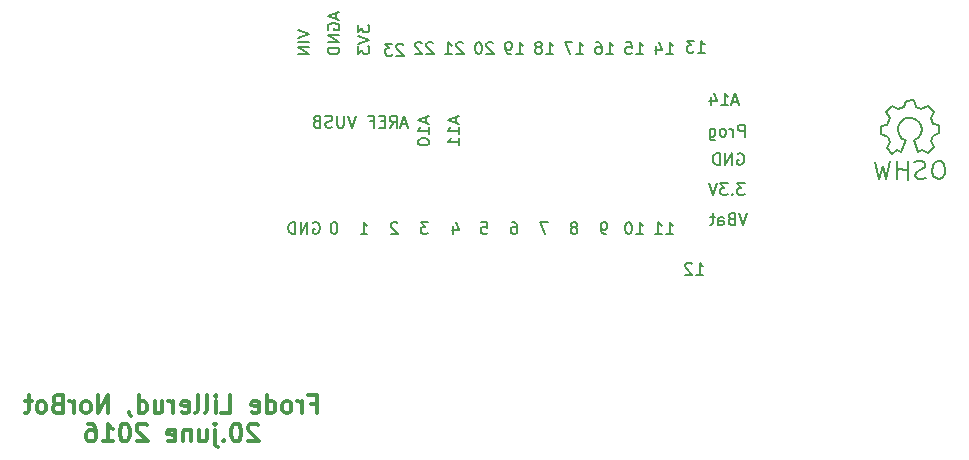
<source format=gbr>
G04 #@! TF.FileFunction,Legend,Bot*
%FSLAX46Y46*%
G04 Gerber Fmt 4.6, Leading zero omitted, Abs format (unit mm)*
G04 Created by KiCad (PCBNEW 4.0.2-stable) date 20.06.2016 22.34.35*
%MOMM*%
G01*
G04 APERTURE LIST*
%ADD10C,0.100000*%
%ADD11C,0.300000*%
%ADD12C,0.150000*%
G04 APERTURE END LIST*
D10*
D11*
X124652999Y-124930857D02*
X125152999Y-124930857D01*
X125152999Y-125716571D02*
X125152999Y-124216571D01*
X124438713Y-124216571D01*
X123867285Y-125716571D02*
X123867285Y-124716571D01*
X123867285Y-125002286D02*
X123795857Y-124859429D01*
X123724428Y-124788000D01*
X123581571Y-124716571D01*
X123438714Y-124716571D01*
X122724428Y-125716571D02*
X122867286Y-125645143D01*
X122938714Y-125573714D01*
X123010143Y-125430857D01*
X123010143Y-125002286D01*
X122938714Y-124859429D01*
X122867286Y-124788000D01*
X122724428Y-124716571D01*
X122510143Y-124716571D01*
X122367286Y-124788000D01*
X122295857Y-124859429D01*
X122224428Y-125002286D01*
X122224428Y-125430857D01*
X122295857Y-125573714D01*
X122367286Y-125645143D01*
X122510143Y-125716571D01*
X122724428Y-125716571D01*
X120938714Y-125716571D02*
X120938714Y-124216571D01*
X120938714Y-125645143D02*
X121081571Y-125716571D01*
X121367285Y-125716571D01*
X121510143Y-125645143D01*
X121581571Y-125573714D01*
X121653000Y-125430857D01*
X121653000Y-125002286D01*
X121581571Y-124859429D01*
X121510143Y-124788000D01*
X121367285Y-124716571D01*
X121081571Y-124716571D01*
X120938714Y-124788000D01*
X119653000Y-125645143D02*
X119795857Y-125716571D01*
X120081571Y-125716571D01*
X120224428Y-125645143D01*
X120295857Y-125502286D01*
X120295857Y-124930857D01*
X120224428Y-124788000D01*
X120081571Y-124716571D01*
X119795857Y-124716571D01*
X119653000Y-124788000D01*
X119581571Y-124930857D01*
X119581571Y-125073714D01*
X120295857Y-125216571D01*
X117081571Y-125716571D02*
X117795857Y-125716571D01*
X117795857Y-124216571D01*
X116581571Y-125716571D02*
X116581571Y-124716571D01*
X116581571Y-124216571D02*
X116653000Y-124288000D01*
X116581571Y-124359429D01*
X116510143Y-124288000D01*
X116581571Y-124216571D01*
X116581571Y-124359429D01*
X115652999Y-125716571D02*
X115795857Y-125645143D01*
X115867285Y-125502286D01*
X115867285Y-124216571D01*
X114867285Y-125716571D02*
X115010143Y-125645143D01*
X115081571Y-125502286D01*
X115081571Y-124216571D01*
X113724429Y-125645143D02*
X113867286Y-125716571D01*
X114153000Y-125716571D01*
X114295857Y-125645143D01*
X114367286Y-125502286D01*
X114367286Y-124930857D01*
X114295857Y-124788000D01*
X114153000Y-124716571D01*
X113867286Y-124716571D01*
X113724429Y-124788000D01*
X113653000Y-124930857D01*
X113653000Y-125073714D01*
X114367286Y-125216571D01*
X113010143Y-125716571D02*
X113010143Y-124716571D01*
X113010143Y-125002286D02*
X112938715Y-124859429D01*
X112867286Y-124788000D01*
X112724429Y-124716571D01*
X112581572Y-124716571D01*
X111438715Y-124716571D02*
X111438715Y-125716571D01*
X112081572Y-124716571D02*
X112081572Y-125502286D01*
X112010144Y-125645143D01*
X111867286Y-125716571D01*
X111653001Y-125716571D01*
X111510144Y-125645143D01*
X111438715Y-125573714D01*
X110081572Y-125716571D02*
X110081572Y-124216571D01*
X110081572Y-125645143D02*
X110224429Y-125716571D01*
X110510143Y-125716571D01*
X110653001Y-125645143D01*
X110724429Y-125573714D01*
X110795858Y-125430857D01*
X110795858Y-125002286D01*
X110724429Y-124859429D01*
X110653001Y-124788000D01*
X110510143Y-124716571D01*
X110224429Y-124716571D01*
X110081572Y-124788000D01*
X109295858Y-125645143D02*
X109295858Y-125716571D01*
X109367286Y-125859429D01*
X109438715Y-125930857D01*
X107510143Y-125716571D02*
X107510143Y-124216571D01*
X106653000Y-125716571D01*
X106653000Y-124216571D01*
X105724428Y-125716571D02*
X105867286Y-125645143D01*
X105938714Y-125573714D01*
X106010143Y-125430857D01*
X106010143Y-125002286D01*
X105938714Y-124859429D01*
X105867286Y-124788000D01*
X105724428Y-124716571D01*
X105510143Y-124716571D01*
X105367286Y-124788000D01*
X105295857Y-124859429D01*
X105224428Y-125002286D01*
X105224428Y-125430857D01*
X105295857Y-125573714D01*
X105367286Y-125645143D01*
X105510143Y-125716571D01*
X105724428Y-125716571D01*
X104581571Y-125716571D02*
X104581571Y-124716571D01*
X104581571Y-125002286D02*
X104510143Y-124859429D01*
X104438714Y-124788000D01*
X104295857Y-124716571D01*
X104153000Y-124716571D01*
X103153000Y-124930857D02*
X102938714Y-125002286D01*
X102867286Y-125073714D01*
X102795857Y-125216571D01*
X102795857Y-125430857D01*
X102867286Y-125573714D01*
X102938714Y-125645143D01*
X103081572Y-125716571D01*
X103653000Y-125716571D01*
X103653000Y-124216571D01*
X103153000Y-124216571D01*
X103010143Y-124288000D01*
X102938714Y-124359429D01*
X102867286Y-124502286D01*
X102867286Y-124645143D01*
X102938714Y-124788000D01*
X103010143Y-124859429D01*
X103153000Y-124930857D01*
X103653000Y-124930857D01*
X101938714Y-125716571D02*
X102081572Y-125645143D01*
X102153000Y-125573714D01*
X102224429Y-125430857D01*
X102224429Y-125002286D01*
X102153000Y-124859429D01*
X102081572Y-124788000D01*
X101938714Y-124716571D01*
X101724429Y-124716571D01*
X101581572Y-124788000D01*
X101510143Y-124859429D01*
X101438714Y-125002286D01*
X101438714Y-125430857D01*
X101510143Y-125573714D01*
X101581572Y-125645143D01*
X101724429Y-125716571D01*
X101938714Y-125716571D01*
X101010143Y-124716571D02*
X100438714Y-124716571D01*
X100795857Y-124216571D02*
X100795857Y-125502286D01*
X100724429Y-125645143D01*
X100581571Y-125716571D01*
X100438714Y-125716571D01*
X120188713Y-126759429D02*
X120117284Y-126688000D01*
X119974427Y-126616571D01*
X119617284Y-126616571D01*
X119474427Y-126688000D01*
X119402998Y-126759429D01*
X119331570Y-126902286D01*
X119331570Y-127045143D01*
X119402998Y-127259429D01*
X120260141Y-128116571D01*
X119331570Y-128116571D01*
X118402999Y-126616571D02*
X118260142Y-126616571D01*
X118117285Y-126688000D01*
X118045856Y-126759429D01*
X117974427Y-126902286D01*
X117902999Y-127188000D01*
X117902999Y-127545143D01*
X117974427Y-127830857D01*
X118045856Y-127973714D01*
X118117285Y-128045143D01*
X118260142Y-128116571D01*
X118402999Y-128116571D01*
X118545856Y-128045143D01*
X118617285Y-127973714D01*
X118688713Y-127830857D01*
X118760142Y-127545143D01*
X118760142Y-127188000D01*
X118688713Y-126902286D01*
X118617285Y-126759429D01*
X118545856Y-126688000D01*
X118402999Y-126616571D01*
X117260142Y-127973714D02*
X117188714Y-128045143D01*
X117260142Y-128116571D01*
X117331571Y-128045143D01*
X117260142Y-127973714D01*
X117260142Y-128116571D01*
X116545856Y-127116571D02*
X116545856Y-128402286D01*
X116617285Y-128545143D01*
X116760142Y-128616571D01*
X116831570Y-128616571D01*
X116545856Y-126616571D02*
X116617285Y-126688000D01*
X116545856Y-126759429D01*
X116474428Y-126688000D01*
X116545856Y-126616571D01*
X116545856Y-126759429D01*
X115188713Y-127116571D02*
X115188713Y-128116571D01*
X115831570Y-127116571D02*
X115831570Y-127902286D01*
X115760142Y-128045143D01*
X115617284Y-128116571D01*
X115402999Y-128116571D01*
X115260142Y-128045143D01*
X115188713Y-127973714D01*
X114474427Y-127116571D02*
X114474427Y-128116571D01*
X114474427Y-127259429D02*
X114402999Y-127188000D01*
X114260141Y-127116571D01*
X114045856Y-127116571D01*
X113902999Y-127188000D01*
X113831570Y-127330857D01*
X113831570Y-128116571D01*
X112545856Y-128045143D02*
X112688713Y-128116571D01*
X112974427Y-128116571D01*
X113117284Y-128045143D01*
X113188713Y-127902286D01*
X113188713Y-127330857D01*
X113117284Y-127188000D01*
X112974427Y-127116571D01*
X112688713Y-127116571D01*
X112545856Y-127188000D01*
X112474427Y-127330857D01*
X112474427Y-127473714D01*
X113188713Y-127616571D01*
X110760142Y-126759429D02*
X110688713Y-126688000D01*
X110545856Y-126616571D01*
X110188713Y-126616571D01*
X110045856Y-126688000D01*
X109974427Y-126759429D01*
X109902999Y-126902286D01*
X109902999Y-127045143D01*
X109974427Y-127259429D01*
X110831570Y-128116571D01*
X109902999Y-128116571D01*
X108974428Y-126616571D02*
X108831571Y-126616571D01*
X108688714Y-126688000D01*
X108617285Y-126759429D01*
X108545856Y-126902286D01*
X108474428Y-127188000D01*
X108474428Y-127545143D01*
X108545856Y-127830857D01*
X108617285Y-127973714D01*
X108688714Y-128045143D01*
X108831571Y-128116571D01*
X108974428Y-128116571D01*
X109117285Y-128045143D01*
X109188714Y-127973714D01*
X109260142Y-127830857D01*
X109331571Y-127545143D01*
X109331571Y-127188000D01*
X109260142Y-126902286D01*
X109188714Y-126759429D01*
X109117285Y-126688000D01*
X108974428Y-126616571D01*
X107045857Y-128116571D02*
X107903000Y-128116571D01*
X107474428Y-128116571D02*
X107474428Y-126616571D01*
X107617285Y-126830857D01*
X107760143Y-126973714D01*
X107903000Y-127045143D01*
X105760143Y-126616571D02*
X106045857Y-126616571D01*
X106188714Y-126688000D01*
X106260143Y-126759429D01*
X106403000Y-126973714D01*
X106474429Y-127259429D01*
X106474429Y-127830857D01*
X106403000Y-127973714D01*
X106331572Y-128045143D01*
X106188714Y-128116571D01*
X105903000Y-128116571D01*
X105760143Y-128045143D01*
X105688714Y-127973714D01*
X105617286Y-127830857D01*
X105617286Y-127473714D01*
X105688714Y-127330857D01*
X105760143Y-127259429D01*
X105903000Y-127188000D01*
X106188714Y-127188000D01*
X106331572Y-127259429D01*
X106403000Y-127330857D01*
X106474429Y-127473714D01*
D12*
X173718220Y-104416860D02*
X173357540Y-105887520D01*
X173357540Y-105887520D02*
X173078140Y-104825800D01*
X173078140Y-104825800D02*
X172768260Y-105897680D01*
X172768260Y-105897680D02*
X172427900Y-104447340D01*
X175138080Y-105107740D02*
X174348140Y-105097580D01*
X174348140Y-105097580D02*
X174337980Y-105107740D01*
X174337980Y-105107740D02*
X174337980Y-105097580D01*
X174297340Y-104386380D02*
X174297340Y-105928160D01*
X175186340Y-104376220D02*
X175186340Y-105945940D01*
X175186340Y-105945940D02*
X175176180Y-105935780D01*
X175737520Y-104477820D02*
X176088040Y-104396540D01*
X176088040Y-104396540D02*
X176408080Y-104386380D01*
X176408080Y-104386380D02*
X176646840Y-104587040D01*
X176646840Y-104587040D02*
X176677320Y-104856280D01*
X176677320Y-104856280D02*
X176436020Y-105097580D01*
X176436020Y-105097580D02*
X176047400Y-105227120D01*
X176047400Y-105227120D02*
X175867060Y-105387140D01*
X175867060Y-105387140D02*
X175826420Y-105686860D01*
X175826420Y-105686860D02*
X176057560Y-105907840D01*
X176057560Y-105907840D02*
X176377600Y-105935780D01*
X176377600Y-105935780D02*
X176728120Y-105826560D01*
X177766980Y-104376220D02*
X178015900Y-104396540D01*
X178015900Y-104396540D02*
X178257200Y-104637840D01*
X178257200Y-104637840D02*
X178346100Y-105128060D01*
X178346100Y-105128060D02*
X178318160Y-105476040D01*
X178318160Y-105476040D02*
X178117500Y-105796080D01*
X178117500Y-105796080D02*
X177866040Y-105918000D01*
X177866040Y-105918000D02*
X177556160Y-105846880D01*
X177556160Y-105846880D02*
X177337720Y-105666540D01*
X177337720Y-105666540D02*
X177266600Y-105206800D01*
X177266600Y-105206800D02*
X177317400Y-104797860D01*
X177317400Y-104797860D02*
X177426620Y-104515920D01*
X177426620Y-104515920D02*
X177787300Y-104386380D01*
X177167540Y-102656640D02*
X177426620Y-103217980D01*
X177426620Y-103217980D02*
X176888140Y-103736140D01*
X176888140Y-103736140D02*
X176367440Y-103466900D01*
X176367440Y-103466900D02*
X176088040Y-103626920D01*
X174647860Y-103606600D02*
X174317660Y-103416100D01*
X174317660Y-103416100D02*
X173878240Y-103746300D01*
X173878240Y-103746300D02*
X173405800Y-103256080D01*
X173405800Y-103256080D02*
X173687740Y-102776020D01*
X173687740Y-102776020D02*
X173497240Y-102306120D01*
X173497240Y-102306120D02*
X172887640Y-102118160D01*
X172887640Y-102118160D02*
X172887640Y-101437440D01*
X172887640Y-101437440D02*
X173446440Y-101297740D01*
X173446440Y-101297740D02*
X173647100Y-100726240D01*
X173647100Y-100726240D02*
X173377860Y-100256340D01*
X173377860Y-100256340D02*
X173847760Y-99745800D01*
X173847760Y-99745800D02*
X174365920Y-100007420D01*
X174365920Y-100007420D02*
X174835820Y-99806760D01*
X174835820Y-99806760D02*
X175006000Y-99265740D01*
X175006000Y-99265740D02*
X175696880Y-99247960D01*
X175696880Y-99247960D02*
X175907700Y-99796600D01*
X175907700Y-99796600D02*
X176326800Y-99966780D01*
X176326800Y-99966780D02*
X176877980Y-99697540D01*
X176877980Y-99697540D02*
X177396140Y-100225860D01*
X177396140Y-100225860D02*
X177147220Y-100766880D01*
X177147220Y-100766880D02*
X177317400Y-101246940D01*
X177317400Y-101246940D02*
X177866040Y-101346000D01*
X177866040Y-101346000D02*
X177876200Y-102047040D01*
X177876200Y-102047040D02*
X177317400Y-102247700D01*
X177317400Y-102247700D02*
X177177700Y-102646480D01*
X175036480Y-102626160D02*
X174736760Y-102476300D01*
X174736760Y-102476300D02*
X174536100Y-102278180D01*
X174536100Y-102278180D02*
X174386240Y-101876860D01*
X174386240Y-101876860D02*
X174386240Y-101478080D01*
X174386240Y-101478080D02*
X174536100Y-101127560D01*
X174536100Y-101127560D02*
X174988220Y-100777040D01*
X174988220Y-100777040D02*
X175437800Y-100726240D01*
X175437800Y-100726240D02*
X175836580Y-100827840D01*
X175836580Y-100827840D02*
X176237900Y-101175820D01*
X176237900Y-101175820D02*
X176387760Y-101627940D01*
X176387760Y-101627940D02*
X176336960Y-102125780D01*
X176336960Y-102125780D02*
X176088040Y-102428040D01*
X176088040Y-102428040D02*
X175737520Y-102626160D01*
X175737520Y-102626160D02*
X176088040Y-103626920D01*
X175036480Y-102626160D02*
X174637700Y-103626920D01*
X136945667Y-100663524D02*
X136945667Y-101139715D01*
X137231381Y-100568286D02*
X136231381Y-100901619D01*
X137231381Y-101234953D01*
X137231381Y-102092096D02*
X137231381Y-101520667D01*
X137231381Y-101806381D02*
X136231381Y-101806381D01*
X136374238Y-101711143D01*
X136469476Y-101615905D01*
X136517095Y-101520667D01*
X137231381Y-103044477D02*
X137231381Y-102473048D01*
X137231381Y-102758762D02*
X136231381Y-102758762D01*
X136374238Y-102663524D01*
X136469476Y-102568286D01*
X136517095Y-102473048D01*
X134405667Y-100663524D02*
X134405667Y-101139715D01*
X134691381Y-100568286D02*
X133691381Y-100901619D01*
X134691381Y-101234953D01*
X134691381Y-102092096D02*
X134691381Y-101520667D01*
X134691381Y-101806381D02*
X133691381Y-101806381D01*
X133834238Y-101711143D01*
X133929476Y-101615905D01*
X133977095Y-101520667D01*
X133691381Y-102711143D02*
X133691381Y-102806382D01*
X133739000Y-102901620D01*
X133786619Y-102949239D01*
X133881857Y-102996858D01*
X134072333Y-103044477D01*
X134310429Y-103044477D01*
X134500905Y-102996858D01*
X134596143Y-102949239D01*
X134643762Y-102901620D01*
X134691381Y-102806382D01*
X134691381Y-102711143D01*
X134643762Y-102615905D01*
X134596143Y-102568286D01*
X134500905Y-102520667D01*
X134310429Y-102473048D01*
X134072333Y-102473048D01*
X133881857Y-102520667D01*
X133786619Y-102568286D01*
X133739000Y-102615905D01*
X133691381Y-102711143D01*
X132810048Y-101258667D02*
X132333857Y-101258667D01*
X132905286Y-101544381D02*
X132571953Y-100544381D01*
X132238619Y-101544381D01*
X131333857Y-101544381D02*
X131667191Y-101068190D01*
X131905286Y-101544381D02*
X131905286Y-100544381D01*
X131524333Y-100544381D01*
X131429095Y-100592000D01*
X131381476Y-100639619D01*
X131333857Y-100734857D01*
X131333857Y-100877714D01*
X131381476Y-100972952D01*
X131429095Y-101020571D01*
X131524333Y-101068190D01*
X131905286Y-101068190D01*
X130905286Y-101020571D02*
X130571952Y-101020571D01*
X130429095Y-101544381D02*
X130905286Y-101544381D01*
X130905286Y-100544381D01*
X130429095Y-100544381D01*
X129667190Y-101020571D02*
X130000524Y-101020571D01*
X130000524Y-101544381D02*
X130000524Y-100544381D01*
X129524333Y-100544381D01*
X128452333Y-100544381D02*
X128119000Y-101544381D01*
X127785666Y-100544381D01*
X127452333Y-100544381D02*
X127452333Y-101353905D01*
X127404714Y-101449143D01*
X127357095Y-101496762D01*
X127261857Y-101544381D01*
X127071380Y-101544381D01*
X126976142Y-101496762D01*
X126928523Y-101449143D01*
X126880904Y-101353905D01*
X126880904Y-100544381D01*
X126452333Y-101496762D02*
X126309476Y-101544381D01*
X126071380Y-101544381D01*
X125976142Y-101496762D01*
X125928523Y-101449143D01*
X125880904Y-101353905D01*
X125880904Y-101258667D01*
X125928523Y-101163429D01*
X125976142Y-101115810D01*
X126071380Y-101068190D01*
X126261857Y-101020571D01*
X126357095Y-100972952D01*
X126404714Y-100925333D01*
X126452333Y-100830095D01*
X126452333Y-100734857D01*
X126404714Y-100639619D01*
X126357095Y-100592000D01*
X126261857Y-100544381D01*
X126023761Y-100544381D01*
X125880904Y-100592000D01*
X125118999Y-101020571D02*
X124976142Y-101068190D01*
X124928523Y-101115810D01*
X124880904Y-101211048D01*
X124880904Y-101353905D01*
X124928523Y-101449143D01*
X124976142Y-101496762D01*
X125071380Y-101544381D01*
X125452333Y-101544381D01*
X125452333Y-100544381D01*
X125118999Y-100544381D01*
X125023761Y-100592000D01*
X124976142Y-100639619D01*
X124928523Y-100734857D01*
X124928523Y-100830095D01*
X124976142Y-100925333D01*
X125023761Y-100972952D01*
X125118999Y-101020571D01*
X125452333Y-101020571D01*
X123531381Y-93265762D02*
X124531381Y-93599095D01*
X123531381Y-93932429D01*
X124531381Y-94265762D02*
X123531381Y-94265762D01*
X124531381Y-94741952D02*
X123531381Y-94741952D01*
X124531381Y-95313381D01*
X123531381Y-95313381D01*
X126785667Y-91837095D02*
X126785667Y-92313286D01*
X127071381Y-91741857D02*
X126071381Y-92075190D01*
X127071381Y-92408524D01*
X126119000Y-93265667D02*
X126071381Y-93170429D01*
X126071381Y-93027572D01*
X126119000Y-92884714D01*
X126214238Y-92789476D01*
X126309476Y-92741857D01*
X126499952Y-92694238D01*
X126642810Y-92694238D01*
X126833286Y-92741857D01*
X126928524Y-92789476D01*
X127023762Y-92884714D01*
X127071381Y-93027572D01*
X127071381Y-93122810D01*
X127023762Y-93265667D01*
X126976143Y-93313286D01*
X126642810Y-93313286D01*
X126642810Y-93122810D01*
X127071381Y-93741857D02*
X126071381Y-93741857D01*
X127071381Y-94313286D01*
X126071381Y-94313286D01*
X127071381Y-94789476D02*
X126071381Y-94789476D01*
X126071381Y-95027571D01*
X126119000Y-95170429D01*
X126214238Y-95265667D01*
X126309476Y-95313286D01*
X126499952Y-95360905D01*
X126642810Y-95360905D01*
X126833286Y-95313286D01*
X126928524Y-95265667D01*
X127023762Y-95170429D01*
X127071381Y-95027571D01*
X127071381Y-94789476D01*
X128611381Y-92868905D02*
X128611381Y-93487953D01*
X128992333Y-93154619D01*
X128992333Y-93297477D01*
X129039952Y-93392715D01*
X129087571Y-93440334D01*
X129182810Y-93487953D01*
X129420905Y-93487953D01*
X129516143Y-93440334D01*
X129563762Y-93392715D01*
X129611381Y-93297477D01*
X129611381Y-93011762D01*
X129563762Y-92916524D01*
X129516143Y-92868905D01*
X128611381Y-93773667D02*
X129611381Y-94107000D01*
X128611381Y-94440334D01*
X128611381Y-94678429D02*
X128611381Y-95297477D01*
X128992333Y-94964143D01*
X128992333Y-95107001D01*
X129039952Y-95202239D01*
X129087571Y-95249858D01*
X129182810Y-95297477D01*
X129420905Y-95297477D01*
X129516143Y-95249858D01*
X129563762Y-95202239D01*
X129611381Y-95107001D01*
X129611381Y-94821286D01*
X129563762Y-94726048D01*
X129516143Y-94678429D01*
X132460905Y-94543619D02*
X132413286Y-94496000D01*
X132318048Y-94448381D01*
X132079952Y-94448381D01*
X131984714Y-94496000D01*
X131937095Y-94543619D01*
X131889476Y-94638857D01*
X131889476Y-94734095D01*
X131937095Y-94876952D01*
X132508524Y-95448381D01*
X131889476Y-95448381D01*
X131556143Y-94448381D02*
X130937095Y-94448381D01*
X131270429Y-94829333D01*
X131127571Y-94829333D01*
X131032333Y-94876952D01*
X130984714Y-94924571D01*
X130937095Y-95019810D01*
X130937095Y-95257905D01*
X130984714Y-95353143D01*
X131032333Y-95400762D01*
X131127571Y-95448381D01*
X131413286Y-95448381D01*
X131508524Y-95400762D01*
X131556143Y-95353143D01*
X135000905Y-94416619D02*
X134953286Y-94369000D01*
X134858048Y-94321381D01*
X134619952Y-94321381D01*
X134524714Y-94369000D01*
X134477095Y-94416619D01*
X134429476Y-94511857D01*
X134429476Y-94607095D01*
X134477095Y-94749952D01*
X135048524Y-95321381D01*
X134429476Y-95321381D01*
X134048524Y-94416619D02*
X134000905Y-94369000D01*
X133905667Y-94321381D01*
X133667571Y-94321381D01*
X133572333Y-94369000D01*
X133524714Y-94416619D01*
X133477095Y-94511857D01*
X133477095Y-94607095D01*
X133524714Y-94749952D01*
X134096143Y-95321381D01*
X133477095Y-95321381D01*
X137540905Y-94416619D02*
X137493286Y-94369000D01*
X137398048Y-94321381D01*
X137159952Y-94321381D01*
X137064714Y-94369000D01*
X137017095Y-94416619D01*
X136969476Y-94511857D01*
X136969476Y-94607095D01*
X137017095Y-94749952D01*
X137588524Y-95321381D01*
X136969476Y-95321381D01*
X136017095Y-95321381D02*
X136588524Y-95321381D01*
X136302810Y-95321381D02*
X136302810Y-94321381D01*
X136398048Y-94464238D01*
X136493286Y-94559476D01*
X136588524Y-94607095D01*
X140080905Y-94416619D02*
X140033286Y-94369000D01*
X139938048Y-94321381D01*
X139699952Y-94321381D01*
X139604714Y-94369000D01*
X139557095Y-94416619D01*
X139509476Y-94511857D01*
X139509476Y-94607095D01*
X139557095Y-94749952D01*
X140128524Y-95321381D01*
X139509476Y-95321381D01*
X138890429Y-94321381D02*
X138795190Y-94321381D01*
X138699952Y-94369000D01*
X138652333Y-94416619D01*
X138604714Y-94511857D01*
X138557095Y-94702333D01*
X138557095Y-94940429D01*
X138604714Y-95130905D01*
X138652333Y-95226143D01*
X138699952Y-95273762D01*
X138795190Y-95321381D01*
X138890429Y-95321381D01*
X138985667Y-95273762D01*
X139033286Y-95226143D01*
X139080905Y-95130905D01*
X139128524Y-94940429D01*
X139128524Y-94702333D01*
X139080905Y-94511857D01*
X139033286Y-94416619D01*
X138985667Y-94369000D01*
X138890429Y-94321381D01*
X142049476Y-95321381D02*
X142620905Y-95321381D01*
X142335191Y-95321381D02*
X142335191Y-94321381D01*
X142430429Y-94464238D01*
X142525667Y-94559476D01*
X142620905Y-94607095D01*
X141573286Y-95321381D02*
X141382810Y-95321381D01*
X141287571Y-95273762D01*
X141239952Y-95226143D01*
X141144714Y-95083286D01*
X141097095Y-94892810D01*
X141097095Y-94511857D01*
X141144714Y-94416619D01*
X141192333Y-94369000D01*
X141287571Y-94321381D01*
X141478048Y-94321381D01*
X141573286Y-94369000D01*
X141620905Y-94416619D01*
X141668524Y-94511857D01*
X141668524Y-94749952D01*
X141620905Y-94845190D01*
X141573286Y-94892810D01*
X141478048Y-94940429D01*
X141287571Y-94940429D01*
X141192333Y-94892810D01*
X141144714Y-94845190D01*
X141097095Y-94749952D01*
X144589476Y-95321381D02*
X145160905Y-95321381D01*
X144875191Y-95321381D02*
X144875191Y-94321381D01*
X144970429Y-94464238D01*
X145065667Y-94559476D01*
X145160905Y-94607095D01*
X144018048Y-94749952D02*
X144113286Y-94702333D01*
X144160905Y-94654714D01*
X144208524Y-94559476D01*
X144208524Y-94511857D01*
X144160905Y-94416619D01*
X144113286Y-94369000D01*
X144018048Y-94321381D01*
X143827571Y-94321381D01*
X143732333Y-94369000D01*
X143684714Y-94416619D01*
X143637095Y-94511857D01*
X143637095Y-94559476D01*
X143684714Y-94654714D01*
X143732333Y-94702333D01*
X143827571Y-94749952D01*
X144018048Y-94749952D01*
X144113286Y-94797571D01*
X144160905Y-94845190D01*
X144208524Y-94940429D01*
X144208524Y-95130905D01*
X144160905Y-95226143D01*
X144113286Y-95273762D01*
X144018048Y-95321381D01*
X143827571Y-95321381D01*
X143732333Y-95273762D01*
X143684714Y-95226143D01*
X143637095Y-95130905D01*
X143637095Y-94940429D01*
X143684714Y-94845190D01*
X143732333Y-94797571D01*
X143827571Y-94749952D01*
X147129476Y-95321381D02*
X147700905Y-95321381D01*
X147415191Y-95321381D02*
X147415191Y-94321381D01*
X147510429Y-94464238D01*
X147605667Y-94559476D01*
X147700905Y-94607095D01*
X146796143Y-94321381D02*
X146129476Y-94321381D01*
X146558048Y-95321381D01*
X149669476Y-95321381D02*
X150240905Y-95321381D01*
X149955191Y-95321381D02*
X149955191Y-94321381D01*
X150050429Y-94464238D01*
X150145667Y-94559476D01*
X150240905Y-94607095D01*
X148812333Y-94321381D02*
X149002810Y-94321381D01*
X149098048Y-94369000D01*
X149145667Y-94416619D01*
X149240905Y-94559476D01*
X149288524Y-94749952D01*
X149288524Y-95130905D01*
X149240905Y-95226143D01*
X149193286Y-95273762D01*
X149098048Y-95321381D01*
X148907571Y-95321381D01*
X148812333Y-95273762D01*
X148764714Y-95226143D01*
X148717095Y-95130905D01*
X148717095Y-94892810D01*
X148764714Y-94797571D01*
X148812333Y-94749952D01*
X148907571Y-94702333D01*
X149098048Y-94702333D01*
X149193286Y-94749952D01*
X149240905Y-94797571D01*
X149288524Y-94892810D01*
X152209476Y-95321381D02*
X152780905Y-95321381D01*
X152495191Y-95321381D02*
X152495191Y-94321381D01*
X152590429Y-94464238D01*
X152685667Y-94559476D01*
X152780905Y-94607095D01*
X151304714Y-94321381D02*
X151780905Y-94321381D01*
X151828524Y-94797571D01*
X151780905Y-94749952D01*
X151685667Y-94702333D01*
X151447571Y-94702333D01*
X151352333Y-94749952D01*
X151304714Y-94797571D01*
X151257095Y-94892810D01*
X151257095Y-95130905D01*
X151304714Y-95226143D01*
X151352333Y-95273762D01*
X151447571Y-95321381D01*
X151685667Y-95321381D01*
X151780905Y-95273762D01*
X151828524Y-95226143D01*
X154749476Y-95321381D02*
X155320905Y-95321381D01*
X155035191Y-95321381D02*
X155035191Y-94321381D01*
X155130429Y-94464238D01*
X155225667Y-94559476D01*
X155320905Y-94607095D01*
X153892333Y-94654714D02*
X153892333Y-95321381D01*
X154130429Y-94273762D02*
X154368524Y-94988048D01*
X153749476Y-94988048D01*
X157416476Y-95194381D02*
X157987905Y-95194381D01*
X157702191Y-95194381D02*
X157702191Y-94194381D01*
X157797429Y-94337238D01*
X157892667Y-94432476D01*
X157987905Y-94480095D01*
X157083143Y-94194381D02*
X156464095Y-94194381D01*
X156797429Y-94575333D01*
X156654571Y-94575333D01*
X156559333Y-94622952D01*
X156511714Y-94670571D01*
X156464095Y-94765810D01*
X156464095Y-95003905D01*
X156511714Y-95099143D01*
X156559333Y-95146762D01*
X156654571Y-95194381D01*
X156940286Y-95194381D01*
X157035524Y-95146762D01*
X157083143Y-95099143D01*
X160829476Y-99353667D02*
X160353285Y-99353667D01*
X160924714Y-99639381D02*
X160591381Y-98639381D01*
X160258047Y-99639381D01*
X159400904Y-99639381D02*
X159972333Y-99639381D01*
X159686619Y-99639381D02*
X159686619Y-98639381D01*
X159781857Y-98782238D01*
X159877095Y-98877476D01*
X159972333Y-98925095D01*
X158543761Y-98972714D02*
X158543761Y-99639381D01*
X158781857Y-98591762D02*
X159019952Y-99306048D01*
X158400904Y-99306048D01*
X161369191Y-102306381D02*
X161369191Y-101306381D01*
X160988238Y-101306381D01*
X160893000Y-101354000D01*
X160845381Y-101401619D01*
X160797762Y-101496857D01*
X160797762Y-101639714D01*
X160845381Y-101734952D01*
X160893000Y-101782571D01*
X160988238Y-101830190D01*
X161369191Y-101830190D01*
X160369191Y-102306381D02*
X160369191Y-101639714D01*
X160369191Y-101830190D02*
X160321572Y-101734952D01*
X160273953Y-101687333D01*
X160178715Y-101639714D01*
X160083476Y-101639714D01*
X159607286Y-102306381D02*
X159702524Y-102258762D01*
X159750143Y-102211143D01*
X159797762Y-102115905D01*
X159797762Y-101830190D01*
X159750143Y-101734952D01*
X159702524Y-101687333D01*
X159607286Y-101639714D01*
X159464428Y-101639714D01*
X159369190Y-101687333D01*
X159321571Y-101734952D01*
X159273952Y-101830190D01*
X159273952Y-102115905D01*
X159321571Y-102211143D01*
X159369190Y-102258762D01*
X159464428Y-102306381D01*
X159607286Y-102306381D01*
X158416809Y-101639714D02*
X158416809Y-102449238D01*
X158464428Y-102544476D01*
X158512047Y-102592095D01*
X158607286Y-102639714D01*
X158750143Y-102639714D01*
X158845381Y-102592095D01*
X158416809Y-102258762D02*
X158512047Y-102306381D01*
X158702524Y-102306381D01*
X158797762Y-102258762D01*
X158845381Y-102211143D01*
X158893000Y-102115905D01*
X158893000Y-101830190D01*
X158845381Y-101734952D01*
X158797762Y-101687333D01*
X158702524Y-101639714D01*
X158512047Y-101639714D01*
X158416809Y-101687333D01*
X160781904Y-103767000D02*
X160877142Y-103719381D01*
X161019999Y-103719381D01*
X161162857Y-103767000D01*
X161258095Y-103862238D01*
X161305714Y-103957476D01*
X161353333Y-104147952D01*
X161353333Y-104290810D01*
X161305714Y-104481286D01*
X161258095Y-104576524D01*
X161162857Y-104671762D01*
X161019999Y-104719381D01*
X160924761Y-104719381D01*
X160781904Y-104671762D01*
X160734285Y-104624143D01*
X160734285Y-104290810D01*
X160924761Y-104290810D01*
X160305714Y-104719381D02*
X160305714Y-103719381D01*
X159734285Y-104719381D01*
X159734285Y-103719381D01*
X159258095Y-104719381D02*
X159258095Y-103719381D01*
X159020000Y-103719381D01*
X158877142Y-103767000D01*
X158781904Y-103862238D01*
X158734285Y-103957476D01*
X158686666Y-104147952D01*
X158686666Y-104290810D01*
X158734285Y-104481286D01*
X158781904Y-104576524D01*
X158877142Y-104671762D01*
X159020000Y-104719381D01*
X159258095Y-104719381D01*
X161369190Y-106259381D02*
X160750142Y-106259381D01*
X161083476Y-106640333D01*
X160940618Y-106640333D01*
X160845380Y-106687952D01*
X160797761Y-106735571D01*
X160750142Y-106830810D01*
X160750142Y-107068905D01*
X160797761Y-107164143D01*
X160845380Y-107211762D01*
X160940618Y-107259381D01*
X161226333Y-107259381D01*
X161321571Y-107211762D01*
X161369190Y-107164143D01*
X160321571Y-107164143D02*
X160273952Y-107211762D01*
X160321571Y-107259381D01*
X160369190Y-107211762D01*
X160321571Y-107164143D01*
X160321571Y-107259381D01*
X159940619Y-106259381D02*
X159321571Y-106259381D01*
X159654905Y-106640333D01*
X159512047Y-106640333D01*
X159416809Y-106687952D01*
X159369190Y-106735571D01*
X159321571Y-106830810D01*
X159321571Y-107068905D01*
X159369190Y-107164143D01*
X159416809Y-107211762D01*
X159512047Y-107259381D01*
X159797762Y-107259381D01*
X159893000Y-107211762D01*
X159940619Y-107164143D01*
X159035857Y-106259381D02*
X158702524Y-107259381D01*
X158369190Y-106259381D01*
X161591429Y-108799381D02*
X161258096Y-109799381D01*
X160924762Y-108799381D01*
X160258095Y-109275571D02*
X160115238Y-109323190D01*
X160067619Y-109370810D01*
X160020000Y-109466048D01*
X160020000Y-109608905D01*
X160067619Y-109704143D01*
X160115238Y-109751762D01*
X160210476Y-109799381D01*
X160591429Y-109799381D01*
X160591429Y-108799381D01*
X160258095Y-108799381D01*
X160162857Y-108847000D01*
X160115238Y-108894619D01*
X160067619Y-108989857D01*
X160067619Y-109085095D01*
X160115238Y-109180333D01*
X160162857Y-109227952D01*
X160258095Y-109275571D01*
X160591429Y-109275571D01*
X159162857Y-109799381D02*
X159162857Y-109275571D01*
X159210476Y-109180333D01*
X159305714Y-109132714D01*
X159496191Y-109132714D01*
X159591429Y-109180333D01*
X159162857Y-109751762D02*
X159258095Y-109799381D01*
X159496191Y-109799381D01*
X159591429Y-109751762D01*
X159639048Y-109656524D01*
X159639048Y-109561286D01*
X159591429Y-109466048D01*
X159496191Y-109418429D01*
X159258095Y-109418429D01*
X159162857Y-109370810D01*
X158829524Y-109132714D02*
X158448572Y-109132714D01*
X158686667Y-108799381D02*
X158686667Y-109656524D01*
X158639048Y-109751762D01*
X158543810Y-109799381D01*
X158448572Y-109799381D01*
X157289476Y-113990381D02*
X157860905Y-113990381D01*
X157575191Y-113990381D02*
X157575191Y-112990381D01*
X157670429Y-113133238D01*
X157765667Y-113228476D01*
X157860905Y-113276095D01*
X156908524Y-113085619D02*
X156860905Y-113038000D01*
X156765667Y-112990381D01*
X156527571Y-112990381D01*
X156432333Y-113038000D01*
X156384714Y-113085619D01*
X156337095Y-113180857D01*
X156337095Y-113276095D01*
X156384714Y-113418952D01*
X156956143Y-113990381D01*
X156337095Y-113990381D01*
X124840904Y-109609000D02*
X124936142Y-109561381D01*
X125078999Y-109561381D01*
X125221857Y-109609000D01*
X125317095Y-109704238D01*
X125364714Y-109799476D01*
X125412333Y-109989952D01*
X125412333Y-110132810D01*
X125364714Y-110323286D01*
X125317095Y-110418524D01*
X125221857Y-110513762D01*
X125078999Y-110561381D01*
X124983761Y-110561381D01*
X124840904Y-110513762D01*
X124793285Y-110466143D01*
X124793285Y-110132810D01*
X124983761Y-110132810D01*
X124364714Y-110561381D02*
X124364714Y-109561381D01*
X123793285Y-110561381D01*
X123793285Y-109561381D01*
X123317095Y-110561381D02*
X123317095Y-109561381D01*
X123079000Y-109561381D01*
X122936142Y-109609000D01*
X122840904Y-109704238D01*
X122793285Y-109799476D01*
X122745666Y-109989952D01*
X122745666Y-110132810D01*
X122793285Y-110323286D01*
X122840904Y-110418524D01*
X122936142Y-110513762D01*
X123079000Y-110561381D01*
X123317095Y-110561381D01*
X154749476Y-110561381D02*
X155320905Y-110561381D01*
X155035191Y-110561381D02*
X155035191Y-109561381D01*
X155130429Y-109704238D01*
X155225667Y-109799476D01*
X155320905Y-109847095D01*
X153797095Y-110561381D02*
X154368524Y-110561381D01*
X154082810Y-110561381D02*
X154082810Y-109561381D01*
X154178048Y-109704238D01*
X154273286Y-109799476D01*
X154368524Y-109847095D01*
X152209476Y-110561381D02*
X152780905Y-110561381D01*
X152495191Y-110561381D02*
X152495191Y-109561381D01*
X152590429Y-109704238D01*
X152685667Y-109799476D01*
X152780905Y-109847095D01*
X151590429Y-109561381D02*
X151495190Y-109561381D01*
X151399952Y-109609000D01*
X151352333Y-109656619D01*
X151304714Y-109751857D01*
X151257095Y-109942333D01*
X151257095Y-110180429D01*
X151304714Y-110370905D01*
X151352333Y-110466143D01*
X151399952Y-110513762D01*
X151495190Y-110561381D01*
X151590429Y-110561381D01*
X151685667Y-110513762D01*
X151733286Y-110466143D01*
X151780905Y-110370905D01*
X151828524Y-110180429D01*
X151828524Y-109942333D01*
X151780905Y-109751857D01*
X151733286Y-109656619D01*
X151685667Y-109609000D01*
X151590429Y-109561381D01*
X149669476Y-110561381D02*
X149479000Y-110561381D01*
X149383761Y-110513762D01*
X149336142Y-110466143D01*
X149240904Y-110323286D01*
X149193285Y-110132810D01*
X149193285Y-109751857D01*
X149240904Y-109656619D01*
X149288523Y-109609000D01*
X149383761Y-109561381D01*
X149574238Y-109561381D01*
X149669476Y-109609000D01*
X149717095Y-109656619D01*
X149764714Y-109751857D01*
X149764714Y-109989952D01*
X149717095Y-110085190D01*
X149669476Y-110132810D01*
X149574238Y-110180429D01*
X149383761Y-110180429D01*
X149288523Y-110132810D01*
X149240904Y-110085190D01*
X149193285Y-109989952D01*
X147034238Y-109989952D02*
X147129476Y-109942333D01*
X147177095Y-109894714D01*
X147224714Y-109799476D01*
X147224714Y-109751857D01*
X147177095Y-109656619D01*
X147129476Y-109609000D01*
X147034238Y-109561381D01*
X146843761Y-109561381D01*
X146748523Y-109609000D01*
X146700904Y-109656619D01*
X146653285Y-109751857D01*
X146653285Y-109799476D01*
X146700904Y-109894714D01*
X146748523Y-109942333D01*
X146843761Y-109989952D01*
X147034238Y-109989952D01*
X147129476Y-110037571D01*
X147177095Y-110085190D01*
X147224714Y-110180429D01*
X147224714Y-110370905D01*
X147177095Y-110466143D01*
X147129476Y-110513762D01*
X147034238Y-110561381D01*
X146843761Y-110561381D01*
X146748523Y-110513762D01*
X146700904Y-110466143D01*
X146653285Y-110370905D01*
X146653285Y-110180429D01*
X146700904Y-110085190D01*
X146748523Y-110037571D01*
X146843761Y-109989952D01*
X144732333Y-109561381D02*
X144065666Y-109561381D01*
X144494238Y-110561381D01*
X141668523Y-109561381D02*
X141859000Y-109561381D01*
X141954238Y-109609000D01*
X142001857Y-109656619D01*
X142097095Y-109799476D01*
X142144714Y-109989952D01*
X142144714Y-110370905D01*
X142097095Y-110466143D01*
X142049476Y-110513762D01*
X141954238Y-110561381D01*
X141763761Y-110561381D01*
X141668523Y-110513762D01*
X141620904Y-110466143D01*
X141573285Y-110370905D01*
X141573285Y-110132810D01*
X141620904Y-110037571D01*
X141668523Y-109989952D01*
X141763761Y-109942333D01*
X141954238Y-109942333D01*
X142049476Y-109989952D01*
X142097095Y-110037571D01*
X142144714Y-110132810D01*
X139080904Y-109561381D02*
X139557095Y-109561381D01*
X139604714Y-110037571D01*
X139557095Y-109989952D01*
X139461857Y-109942333D01*
X139223761Y-109942333D01*
X139128523Y-109989952D01*
X139080904Y-110037571D01*
X139033285Y-110132810D01*
X139033285Y-110370905D01*
X139080904Y-110466143D01*
X139128523Y-110513762D01*
X139223761Y-110561381D01*
X139461857Y-110561381D01*
X139557095Y-110513762D01*
X139604714Y-110466143D01*
X136715523Y-109894714D02*
X136715523Y-110561381D01*
X136953619Y-109513762D02*
X137191714Y-110228048D01*
X136572666Y-110228048D01*
X134572333Y-109561381D02*
X133953285Y-109561381D01*
X134286619Y-109942333D01*
X134143761Y-109942333D01*
X134048523Y-109989952D01*
X134000904Y-110037571D01*
X133953285Y-110132810D01*
X133953285Y-110370905D01*
X134000904Y-110466143D01*
X134048523Y-110513762D01*
X134143761Y-110561381D01*
X134429476Y-110561381D01*
X134524714Y-110513762D01*
X134572333Y-110466143D01*
X131984714Y-109656619D02*
X131937095Y-109609000D01*
X131841857Y-109561381D01*
X131603761Y-109561381D01*
X131508523Y-109609000D01*
X131460904Y-109656619D01*
X131413285Y-109751857D01*
X131413285Y-109847095D01*
X131460904Y-109989952D01*
X132032333Y-110561381D01*
X131413285Y-110561381D01*
X128873285Y-110561381D02*
X129444714Y-110561381D01*
X129159000Y-110561381D02*
X129159000Y-109561381D01*
X129254238Y-109704238D01*
X129349476Y-109799476D01*
X129444714Y-109847095D01*
X126666619Y-109561381D02*
X126571380Y-109561381D01*
X126476142Y-109609000D01*
X126428523Y-109656619D01*
X126380904Y-109751857D01*
X126333285Y-109942333D01*
X126333285Y-110180429D01*
X126380904Y-110370905D01*
X126428523Y-110466143D01*
X126476142Y-110513762D01*
X126571380Y-110561381D01*
X126666619Y-110561381D01*
X126761857Y-110513762D01*
X126809476Y-110466143D01*
X126857095Y-110370905D01*
X126904714Y-110180429D01*
X126904714Y-109942333D01*
X126857095Y-109751857D01*
X126809476Y-109656619D01*
X126761857Y-109609000D01*
X126666619Y-109561381D01*
M02*

</source>
